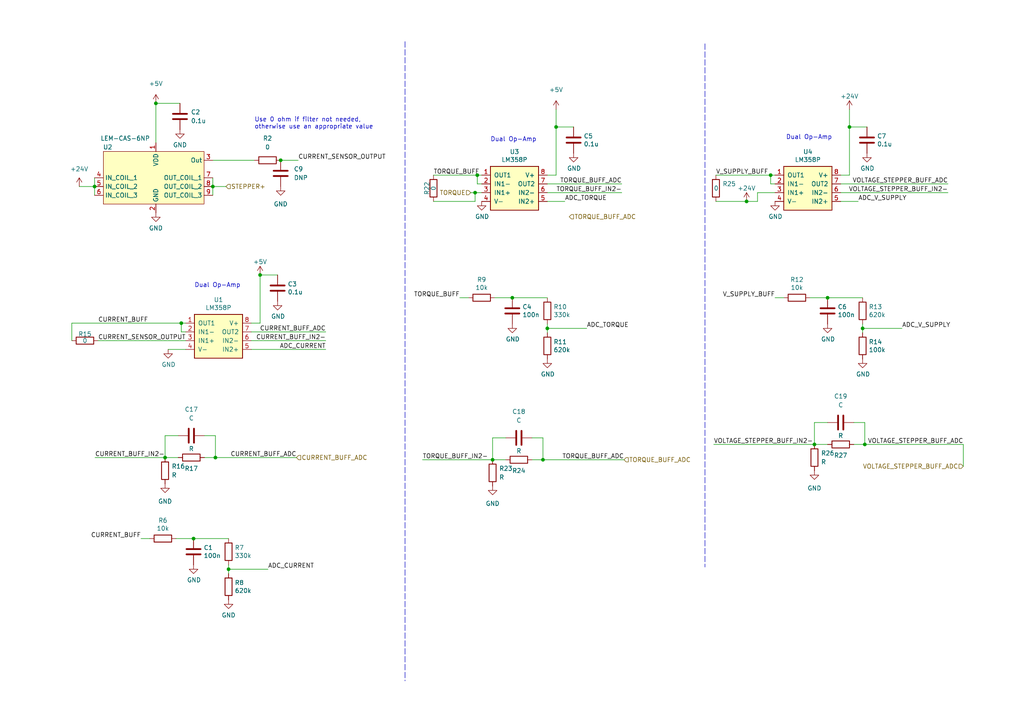
<source format=kicad_sch>
(kicad_sch (version 20211123) (generator eeschema)
  (paper "A4")
  (lib_symbols
    (symbol "Device:C" (pin_numbers hide) (pin_names (offset 0.254))
      (property "Reference" "C" (at 0.635 2.54 0))
      (property "Value" "C" (at 0.635 -2.54 0))
      (symbol "C_0_1"
        (polyline (pts (xy -2.032 -0.762) (xy 2.032 -0.762)) (stroke (width 0.508)))
        (polyline (pts (xy -2.032 0.762) (xy 2.032 0.762)) (stroke (width 0.508)))
      )
      (symbol "C_1_1"
        (pin passive line (at 0 3.81 270) (length 2.794) (name "~") (number "1"))
        (pin passive line (at 0 -3.81 90) (length 2.794) (name "~") (number "2"))
      )
    )
    (symbol "Device:R" (pin_numbers hide) (pin_names (offset 0))
      (property "Reference" "R" (at 2.032 0 90))
      (property "Value" "R" (at 0 0 90))
      (symbol "R_0_1"
        (rectangle (start -1.016 -2.54) (end 1.016 2.54) (stroke (width 0.254)))
      )
      (symbol "R_1_1"
        (pin passive line (at 0 3.81 270) (length 1.27) (name "~") (number "1"))
        (pin passive line (at 0 -3.81 90) (length 1.27) (name "~") (number "2"))
      )
    )
    (symbol "EncoderLib:LM358P" (pin_names (offset 1.016))
      (property "Reference" "U" (at 0 13.97 0))
      (property "Value" "LM358P" (at 0 11.43 0))
      (symbol "LM358P_0_1"
        (rectangle (start -6.35 7.62) (end 7.62 -5.08) (stroke (width 0.254)) (fill (type background)))
      )
      (symbol "LM358P_1_1"
        (pin output line (at -8.89 5.08 0) (length 2.54) (name "OUT1") (number "1"))
        (pin input line (at -8.89 2.54 0) (length 2.54) (name "IN1-") (number "2"))
        (pin input line (at -8.89 0 0) (length 2.54) (name "IN1+") (number "3"))
        (pin power_in line (at -8.89 -2.54 0) (length 2.54) (name "V-") (number "4"))
        (pin input line (at 10.16 -2.54 180) (length 2.54) (name "IN2+") (number "5"))
        (pin input line (at 10.16 0 180) (length 2.54) (name "IN2-") (number "6"))
        (pin output line (at 10.16 2.54 180) (length 2.54) (name "OUT2") (number "7"))
        (pin power_in line (at 10.16 5.08 180) (length 2.54) (name "V+") (number "8"))
      )
    )
    (symbol "Sensing lib:LEM-CAS-6-NP"
      (property "Reference" "U2" (at -13.97 1.27 0))
      (property "Value" "LEM-CAS-6NP" (at -8.89 3.81 0))
      (symbol "LEM-CAS-6-NP_0_1"
        (rectangle (start -15.24 0) (end 13.97 -15.24) (fill (type background)))
      )
      (symbol "LEM-CAS-6-NP_1_1"
        (pin power_in line (at 0 2.54 270) (length 2.54) (name "VDD") (number "1"))
        (pin power_out line (at 0 -17.78 90) (length 2.54) (name "GND") (number "2"))
        (pin output line (at 16.51 -2.54 180) (length 2.54) (name "Out") (number "3"))
        (pin input line (at -17.78 -7.62 0) (length 2.54) (name "IN_COIL_1") (number "4"))
        (pin input line (at -17.78 -10.16 0) (length 2.54) (name "IN_COIL_2") (number "5"))
        (pin input line (at -17.78 -12.7 0) (length 2.54) (name "IN_COIL_3") (number "6"))
        (pin output line (at 16.51 -7.62 180) (length 2.54) (name "OUT_COIL_1") (number "7"))
        (pin output line (at 16.51 -10.16 180) (length 2.54) (name "OUT_COIL_2") (number "8"))
        (pin output line (at 16.51 -12.7 180) (length 2.54) (name "OUT_COIL_3") (number "9"))
      )
    )
    (symbol "power:+24V" (power) (pin_names (offset 0))
      (property "Value" "+24V" (at 0 3.556 0))
      (symbol "+24V_0_1"
        (polyline (pts (xy -0.762 1.27) (xy 0 2.54)))
        (polyline (pts (xy 0 0) (xy 0 2.54)))
        (polyline (pts (xy 0 2.54) (xy 0.762 1.27)))
      )
      (symbol "+24V_1_1"
        (pin power_in line (at 0 0 90) (length 0) hide (name "+24V") (number "1"))
      )
    )
    (symbol "power:+5V" (power) (pin_names (offset 0))
      (property "Value" "+5V" (at 0 3.556 0))
      (symbol "+5V_0_1"
        (polyline (pts (xy -0.762 1.27) (xy 0 2.54)))
        (polyline (pts (xy 0 0) (xy 0 2.54)))
        (polyline (pts (xy 0 2.54) (xy 0.762 1.27)))
      )
      (symbol "+5V_1_1"
        (pin power_in line (at 0 0 90) (length 0) hide (name "+5V") (number "1"))
      )
    )
    (symbol "power:GND" (power) (pin_names (offset 0))
      (property "Value" "GND" (at 0 -3.81 0))
      (symbol "GND_0_1"
        (polyline (pts (xy 0 0) (xy 0 -1.27) (xy 1.27 -1.27) (xy 0 -2.54) (xy -1.27 -1.27) (xy 0 -1.27)))
      )
      (symbol "GND_1_1"
        (pin power_in line (at 0 0 270) (length 0) hide (name "GND") (number "1"))
      )
    )
  )
  (junction (at 246.38 36.83))
  (junction (at 157.48 133.35))
  (junction (at 148.59 86.36))
  (junction (at 223.52 50.8))
  (junction (at 138.43 50.8))
  (junction (at 47.879 132.715))
  (junction (at 158.75 95.25))
  (junction (at 216.535 58.42))
  (junction (at 66.294 165.1))
  (junction (at 81.407 46.482))
  (junction (at 61.722 54.102))
  (junction (at 250.825 128.905))
  (junction (at 161.29 36.83))
  (junction (at 62.484 132.715))
  (junction (at 137.795 55.88))
  (junction (at 75.438 79.756))
  (junction (at 52.578 93.726))
  (junction (at 27.432 54.102))
  (junction (at 45.212 29.972))
  (junction (at 142.875 133.35))
  (junction (at 236.22 128.905))
  (junction (at 250.19 95.25))
  (junction (at 56.134 156.21))
  (junction (at 240.03 86.36))
  (wire (pts (xy 139.7 53.34) (xy 138.43 53.34)))
  (wire (pts (xy 75.438 79.756) (xy 75.438 93.726)))
  (wire (pts (xy 125.73 50.8) (xy 138.43 50.8)))
  (wire (pts (xy 170.18 95.25) (xy 158.75 95.25)))
  (wire (pts (xy 261.62 95.25) (xy 250.19 95.25)))
  (wire (pts (xy 40.894 156.21) (xy 43.434 156.21)))
  (wire (pts (xy 158.75 53.34) (xy 180.34 53.34)))
  (wire (pts (xy 27.432 51.562) (xy 27.432 54.102)))
  (wire (pts (xy 158.75 55.88) (xy 180.34 55.88)))
  (wire (pts (xy 247.65 122.555) (xy 250.825 122.555)))
  (wire (pts (xy 72.898 98.806) (xy 94.488 98.806)))
  (wire (pts (xy 52.578 96.266) (xy 52.578 93.726)))
  (wire (pts (xy 45.212 29.972) (xy 45.212 41.402)))
  (wire (pts (xy 143.51 86.36) (xy 148.59 86.36)))
  (wire (pts (xy 137.795 55.88) (xy 136.525 55.88)))
  (wire (pts (xy 61.722 54.102) (xy 61.722 56.642)))
  (wire (pts (xy 207.01 128.905) (xy 236.22 128.905)))
  (wire (pts (xy 279.4 135.255) (xy 279.4 128.905)))
  (wire (pts (xy 52.578 93.726) (xy 53.848 93.726)))
  (wire (pts (xy 77.724 165.1) (xy 66.294 165.1)))
  (wire (pts (xy 158.75 86.36) (xy 148.59 86.36)))
  (wire (pts (xy 250.19 95.25) (xy 250.19 96.52)))
  (wire (pts (xy 207.645 58.42) (xy 216.535 58.42)))
  (wire (pts (xy 243.84 55.88) (xy 274.955 55.88)))
  (wire (pts (xy 158.75 95.25) (xy 158.75 96.52)))
  (wire (pts (xy 166.37 36.83) (xy 161.29 36.83)))
  (wire (pts (xy 158.75 50.8) (xy 161.29 50.8)))
  (wire (pts (xy 142.875 133.35) (xy 146.685 133.35)))
  (polyline (pts (xy 117.475 12.065) (xy 117.475 197.485)))
  (wire (pts (xy 139.7 55.88) (xy 137.795 55.88)))
  (wire (pts (xy 154.305 127) (xy 157.48 127)))
  (wire (pts (xy 51.054 156.21) (xy 56.134 156.21)))
  (wire (pts (xy 224.79 86.36) (xy 227.33 86.36)))
  (wire (pts (xy 219.71 55.88) (xy 219.71 58.42)))
  (wire (pts (xy 234.95 86.36) (xy 240.03 86.36)))
  (wire (pts (xy 243.84 50.8) (xy 246.38 50.8)))
  (wire (pts (xy 250.19 93.98) (xy 250.19 95.25)))
  (wire (pts (xy 62.484 132.715) (xy 85.979 132.715)))
  (wire (pts (xy 250.825 128.905) (xy 247.65 128.905)))
  (wire (pts (xy 251.46 36.83) (xy 246.38 36.83)))
  (wire (pts (xy 236.22 128.905) (xy 240.03 128.905)))
  (wire (pts (xy 137.795 58.42) (xy 137.795 55.88)))
  (wire (pts (xy 224.79 53.34) (xy 223.52 53.34)))
  (wire (pts (xy 157.48 127) (xy 157.48 133.35)))
  (wire (pts (xy 158.75 93.98) (xy 158.75 95.25)))
  (wire (pts (xy 138.43 53.34) (xy 138.43 50.8)))
  (wire (pts (xy 27.432 54.102) (xy 27.432 56.642)))
  (wire (pts (xy 158.75 58.42) (xy 163.83 58.42)))
  (wire (pts (xy 219.71 58.42) (xy 216.535 58.42)))
  (wire (pts (xy 66.294 156.21) (xy 56.134 156.21)))
  (wire (pts (xy 53.848 98.806) (xy 28.448 98.806)))
  (wire (pts (xy 133.35 86.36) (xy 135.89 86.36)))
  (wire (pts (xy 250.825 128.905) (xy 279.4 128.905)))
  (wire (pts (xy 61.722 46.482) (xy 73.787 46.482)))
  (wire (pts (xy 146.685 127) (xy 142.875 127)))
  (wire (pts (xy 53.848 96.266) (xy 52.578 96.266)))
  (wire (pts (xy 52.197 29.972) (xy 45.212 29.972)))
  (wire (pts (xy 246.38 36.83) (xy 246.38 50.8)))
  (wire (pts (xy 22.987 54.102) (xy 27.432 54.102)))
  (wire (pts (xy 250.19 86.36) (xy 240.03 86.36)))
  (polyline (pts (xy 204.47 12.7) (xy 204.47 164.465)))
  (wire (pts (xy 66.294 165.1) (xy 66.294 166.37)))
  (wire (pts (xy 81.407 46.482) (xy 86.487 46.482)))
  (wire (pts (xy 243.84 53.34) (xy 274.955 53.34)))
  (wire (pts (xy 27.559 132.715) (xy 47.879 132.715)))
  (wire (pts (xy 161.29 31.75) (xy 161.29 36.83)))
  (wire (pts (xy 223.52 50.8) (xy 207.645 50.8)))
  (wire (pts (xy 223.52 53.34) (xy 223.52 50.8)))
  (wire (pts (xy 157.48 133.35) (xy 180.975 133.35)))
  (wire (pts (xy 250.825 122.555) (xy 250.825 128.905)))
  (wire (pts (xy 122.555 133.35) (xy 142.875 133.35)))
  (wire (pts (xy 59.309 126.365) (xy 62.484 126.365)))
  (wire (pts (xy 138.43 50.8) (xy 139.7 50.8)))
  (wire (pts (xy 224.79 55.88) (xy 219.71 55.88)))
  (wire (pts (xy 62.484 132.715) (xy 59.309 132.715)))
  (wire (pts (xy 66.294 163.83) (xy 66.294 165.1)))
  (wire (pts (xy 20.828 98.806) (xy 20.828 93.726)))
  (wire (pts (xy 142.875 127) (xy 142.875 133.35)))
  (wire (pts (xy 61.722 54.102) (xy 65.532 54.102)))
  (wire (pts (xy 80.518 79.756) (xy 75.438 79.756)))
  (wire (pts (xy 125.73 58.42) (xy 137.795 58.42)))
  (wire (pts (xy 61.722 51.562) (xy 61.722 54.102)))
  (wire (pts (xy 161.29 36.83) (xy 161.29 50.8)))
  (wire (pts (xy 157.48 133.35) (xy 154.305 133.35)))
  (wire (pts (xy 72.898 93.726) (xy 75.438 93.726)))
  (wire (pts (xy 20.828 93.726) (xy 52.578 93.726)))
  (wire (pts (xy 51.689 126.365) (xy 47.879 126.365)))
  (wire (pts (xy 62.484 126.365) (xy 62.484 132.715)))
  (wire (pts (xy 47.879 126.365) (xy 47.879 132.715)))
  (wire (pts (xy 47.879 132.715) (xy 51.689 132.715)))
  (wire (pts (xy 246.38 31.75) (xy 246.38 36.83)))
  (wire (pts (xy 240.03 122.555) (xy 236.22 122.555)))
  (wire (pts (xy 243.84 58.42) (xy 248.92 58.42)))
  (wire (pts (xy 223.52 50.8) (xy 224.79 50.8)))
  (wire (pts (xy 72.898 101.346) (xy 94.488 101.346)))
  (wire (pts (xy 236.22 122.555) (xy 236.22 128.905)))
  (wire (pts (xy 72.898 96.266) (xy 94.488 96.266)))
  (wire (pts (xy 48.768 101.346) (xy 53.848 101.346)))
  (text "Dual Op-Amp\n" (at 142.24 41.275 0) (effects (font (size 1.27 1.27)) (justify left bottom)))
  (text "Dual Op-Amp\n" (at 56.388 83.566 0) (effects (font (size 1.27 1.27)) (justify left bottom)))
  (text "Dual Op-Amp\n" (at 227.965 40.64 0) (effects (font (size 1.27 1.27)) (justify left bottom)))
  (text "Use 0 ohm if filter not needed, \notherwise use an appropriate value" (at 73.787 37.592 0) (effects (font (size 1.27 1.27)) (justify left bottom)))
  (label "VOLTAGE_STEPPER_BUFF_IN2-" (at 207.01 128.905 0))
  (label "TORQUE_BUFF_ADC" (at 180.34 53.34 180))
  (label "CURRENT_BUFF" (at 28.448 93.726 0))
  (label "CURRENT_BUFF_IN2-" (at 27.559 132.715 0))
  (label "V_SUPPLY_BUFF" (at 224.79 86.36 180))
  (label "CURRENT_BUFF_ADC" (at 85.979 132.715 180))
  (label "ADC_V_SUPPLY" (at 261.62 95.25 0))
  (label "TORQUE_BUFF_IN2-" (at 122.555 133.35 0))
  (label "VOLTAGE_STEPPER_BUFF_ADC" (at 279.4 128.905 180))
  (label "VOLTAGE_STEPPER_BUFF_ADC" (at 274.955 53.34 180))
  (label "CURRENT_BUFF_IN2-" (at 94.488 98.806 180))
  (label "VOLTAGE_STEPPER_BUFF_IN2-" (at 274.955 55.88 180))
  (label "TORQUE_BUFF_IN2-" (at 180.34 55.88 180))
  (label "CURRENT_SENSOR_OUTPUT" (at 86.487 46.482 0))
  (label "CURRENT_SENSOR_OUTPUT" (at 28.448 98.806 0))
  (label "ADC_CURRENT" (at 94.488 101.346 180))
  (label "ADC_TORQUE" (at 170.18 95.25 0))
  (label "TORQUE_BUFF" (at 125.73 50.8 0))
  (label "CURRENT_BUFF" (at 40.894 156.21 180))
  (label "CURRENT_BUFF_ADC" (at 94.488 96.266 180))
  (label "ADC_CURRENT" (at 77.724 165.1 0))
  (label "V_SUPPLY_BUFF" (at 207.645 50.8 0))
  (label "TORQUE_BUFF_ADC" (at 180.975 133.35 180))
  (label "ADC_V_SUPPLY" (at 248.92 58.42 0))
  (label "TORQUE_BUFF" (at 133.35 86.36 180))
  (label "ADC_TORQUE" (at 163.83 58.42 0))
  (hierarchical_label "TORQUE_BUFF_ADC" (shape input) (at 180.975 133.35 0))
  (hierarchical_label "CURRENT_BUFF_ADC" (shape input) (at 85.979 132.715 0))
  (hierarchical_label "TORQUE" (shape input) (at 136.525 55.88 180))
  (hierarchical_label "VOLTAGE_STEPPER_BUFF_ADC" (shape input) (at 279.4 135.255 180))
  (hierarchical_label "STEPPER+" (shape input) (at 65.532 54.102 0))
  (hierarchical_label "TORQUE_BUFF_ADC" (shape input) (at 165.1 62.865 0))
  (symbol (lib_id "Device:R") (at 142.875 137.16 0) (unit 1)
    (property "Reference" "R23" (at 144.78 135.8899 0) (effects (justify left)))
    (property "Value" "R" (at 144.78 138.4299 0) (effects (justify left)))
    (property "Footprint" "Resistor_SMD:R_0603_1608Metric" (effects hide))
  )
  (symbol (lib_id "power:GND") (at 139.7 58.42 0) (unit 1)
    (property "Reference" "#PWR0106" (effects hide))
    (property "Value" "GND" (at 139.827 62.8142 0))
  )
  (symbol (lib_id "Device:C") (at 56.134 160.02 0) (unit 1)
    (property "Reference" "C1" (at 59.055 158.8516 0) (effects (justify left)))
    (property "Value" "100n" (at 59.055 161.163 0) (effects (justify left)))
    (property "Footprint" "Capacitor_SMD:C_0603_1608Metric" (effects hide))
  )
  (symbol (lib_id "Device:C") (at 251.46 40.64 0) (unit 1)
    (property "Reference" "C7" (at 254.381 39.4716 0) (effects (justify left)))
    (property "Value" "0.1u" (at 254.381 41.783 0) (effects (justify left)))
    (property "Footprint" "Capacitor_SMD:C_0603_1608Metric" (effects hide))
  )
  (symbol (lib_id "Device:C") (at 55.499 126.365 270) (unit 1)
    (property "Reference" "C17" (at 55.499 118.745 90))
    (property "Value" "C" (at 55.499 121.285 90))
    (property "Footprint" "Capacitor_SMD:C_0805_2012Metric" (effects hide))
  )
  (symbol (lib_id "Device:R") (at 47.244 156.21 270) (unit 1)
    (property "Reference" "R6" (at 47.244 150.9522 90))
    (property "Value" "10k" (at 47.244 153.2636 90))
    (property "Footprint" "Resistor_SMD:R_0603_1608Metric" (effects hide))
  )
  (symbol (lib_id "power:GND") (at 48.768 101.346 0) (unit 1)
    (property "Reference" "#PWR0124" (effects hide))
    (property "Value" "GND" (at 48.895 105.7402 0))
  )
  (symbol (lib_id "power:GND") (at 56.134 163.83 0) (unit 1)
    (property "Reference" "#PWR0123" (effects hide))
    (property "Value" "GND" (at 56.261 168.2242 0))
  )
  (symbol (lib_id "power:GND") (at 45.212 61.722 0) (unit 1)
    (property "Reference" "#PWR0129" (effects hide))
    (property "Value" "GND" (at 45.212 66.167 0))
  )
  (symbol (lib_id "EncoderLib:LM358P") (at 148.59 55.88 0) (unit 1)
    (property "Reference" "U3" (at 149.225 44.0182 0))
    (property "Value" "LM358P" (at 149.225 46.3296 0))
    (property "Footprint" "Package_DIP:DIP-8_W7.62mm" (effects hide))
    (property "Datasheet" "https://www.ti.com/lit/ds/symlink/lm358.pdf?ts=1658579670969&ref_url=https%253A%252F%252Fwww.ti.com%252Fproduct%252FLM358" (effects hide))
  )
  (symbol (lib_id "Sensing lib:LEM-CAS-6-NP") (at 45.212 43.942 0) (unit 1)
    (property "Reference" "U2" (at 31.242 42.672 0))
    (property "Value" "LEM-CAS-6NP" (at 36.322 40.132 0))
    (property "Footprint" "Sensing lib:LEM-CAS-6-NP" (effects hide))
    (property "Datasheet" "https://www.lem.com/sites/default/files/products_datasheets/cas_series.pdf" (effects hide))
  )
  (symbol (lib_id "Device:C") (at 148.59 90.17 0) (unit 1)
    (property "Reference" "C4" (at 151.511 89.0016 0) (effects (justify left)))
    (property "Value" "100n" (at 151.511 91.313 0) (effects (justify left)))
    (property "Footprint" "Capacitor_SMD:C_0603_1608Metric" (effects hide))
  )
  (symbol (lib_id "Device:R") (at 24.638 98.806 270) (unit 1)
    (property "Reference" "R15" (at 24.638 96.901 90))
    (property "Value" "0" (at 24.638 98.806 90))
    (property "Footprint" "Resistor_SMD:R_0603_1608Metric" (effects hide))
  )
  (symbol (lib_id "Device:R") (at 77.597 46.482 90) (unit 1)
    (property "Reference" "R2" (at 77.597 40.132 90))
    (property "Value" "0" (at 77.597 42.672 90))
    (property "Footprint" "Resistor_SMD:R_0603_1608Metric" (effects hide))
  )
  (symbol (lib_id "Device:C") (at 243.84 122.555 270) (unit 1)
    (property "Reference" "C19" (at 243.84 114.935 90))
    (property "Value" "C" (at 243.84 117.475 90))
    (property "Footprint" "Capacitor_SMD:C_0805_2012Metric" (effects hide))
  )
  (symbol (lib_id "Device:R") (at 125.73 54.61 0) (unit 1)
    (property "Reference" "R22" (at 123.825 54.61 90))
    (property "Value" "0" (at 125.73 54.61 90))
    (property "Footprint" "Resistor_SMD:R_0603_1608Metric" (effects hide))
  )
  (symbol (lib_id "Device:R") (at 250.19 100.33 0) (unit 1)
    (property "Reference" "R14" (at 251.968 99.1616 0) (effects (justify left)))
    (property "Value" "100k" (at 251.968 101.473 0) (effects (justify left)))
    (property "Footprint" "Resistor_SMD:R_0603_1608Metric" (effects hide))
  )
  (symbol (lib_id "Device:R") (at 139.7 86.36 270) (unit 1)
    (property "Reference" "R9" (at 139.7 81.1022 90))
    (property "Value" "10k" (at 139.7 83.4136 90))
    (property "Footprint" "Resistor_SMD:R_0603_1608Metric" (effects hide))
  )
  (symbol (lib_id "Device:C") (at 80.518 83.566 0) (unit 1)
    (property "Reference" "C3" (at 83.439 82.3976 0) (effects (justify left)))
    (property "Value" "0.1u" (at 83.439 84.709 0) (effects (justify left)))
    (property "Footprint" "Capacitor_SMD:C_0603_1608Metric" (effects hide))
  )
  (symbol (lib_id "power:+5V") (at 75.438 79.756 0) (unit 1)
    (property "Reference" "#PWR0121" (effects hide))
    (property "Value" "+5V" (at 75.438 75.946 0))
  )
  (symbol (lib_id "Device:R") (at 158.75 100.33 0) (unit 1)
    (property "Reference" "R11" (at 160.528 99.1616 0) (effects (justify left)))
    (property "Value" "620k" (at 160.528 101.473 0) (effects (justify left)))
    (property "Footprint" "Resistor_SMD:R_0603_1608Metric" (effects hide))
  )
  (symbol (lib_id "power:GND") (at 52.197 37.592 0) (unit 1)
    (property "Reference" "#PWR0128" (effects hide))
    (property "Value" "GND" (at 52.197 42.037 0))
  )
  (symbol (lib_id "power:GND") (at 251.46 44.45 0) (unit 1)
    (property "Reference" "#PWR0117" (effects hide))
    (property "Value" "GND" (at 251.587 48.8442 0))
  )
  (symbol (lib_id "Device:R") (at 47.879 136.525 0) (unit 1)
    (property "Reference" "R16" (at 49.784 135.2549 0) (effects (justify left)))
    (property "Value" "R" (at 49.784 137.7949 0) (effects (justify left)))
    (property "Footprint" "Resistor_SMD:R_0603_1608Metric" (effects hide))
  )
  (symbol (lib_id "Device:R") (at 207.645 54.61 0) (unit 1)
    (property "Reference" "R25" (at 209.55 53.3399 0) (effects (justify left)))
    (property "Value" "0" (at 207.01 54.61 0) (effects (justify left)))
    (property "Footprint" "Resistor_SMD:R_0603_1608Metric" (effects hide))
  )
  (symbol (lib_id "Device:C") (at 81.407 50.292 0) (unit 1)
    (property "Reference" "C9" (at 85.217 49.0219 0) (effects (justify left)))
    (property "Value" "DNP" (at 85.217 51.5619 0) (effects (justify left)))
    (property "Footprint" "Capacitor_SMD:C_0805_2012Metric" (effects hide))
  )
  (symbol (lib_id "power:GND") (at 81.407 54.102 0) (unit 1)
    (property "Reference" "#PWR0146" (effects hide))
    (property "Value" "GND" (at 81.407 59.182 0))
  )
  (symbol (lib_id "Device:C") (at 240.03 90.17 0) (unit 1)
    (property "Reference" "C6" (at 242.951 89.0016 0) (effects (justify left)))
    (property "Value" "100n" (at 242.951 91.313 0) (effects (justify left)))
    (property "Footprint" "Capacitor_SMD:C_0603_1608Metric" (effects hide))
  )
  (symbol (lib_id "Device:R") (at 66.294 170.18 0) (unit 1)
    (property "Reference" "R8" (at 68.072 169.0116 0) (effects (justify left)))
    (property "Value" "620k" (at 68.072 171.323 0) (effects (justify left)))
    (property "Footprint" "Resistor_SMD:R_0603_1608Metric" (effects hide))
  )
  (symbol (lib_id "Device:C") (at 52.197 33.782 0) (unit 1)
    (property "Reference" "C2" (at 55.372 32.5119 0) (effects (justify left)))
    (property "Value" "0.1u" (at 55.372 35.0519 0) (effects (justify left)))
    (property "Footprint" "Capacitor_SMD:C_0603_1608Metric" (effects hide))
  )
  (symbol (lib_id "Device:R") (at 158.75 90.17 0) (unit 1)
    (property "Reference" "R10" (at 160.528 89.0016 0) (effects (justify left)))
    (property "Value" "330k" (at 160.528 91.313 0) (effects (justify left)))
    (property "Footprint" "Resistor_SMD:R_0603_1608Metric" (effects hide))
  )
  (symbol (lib_id "power:+5V") (at 161.29 31.75 0) (unit 1)
    (property "Reference" "#PWR0115" (effects hide))
    (property "Value" "+5V" (at 161.29 26.035 0))
  )
  (symbol (lib_id "power:GND") (at 142.875 140.97 0) (unit 1)
    (property "Reference" "#PWR0137" (effects hide))
    (property "Value" "GND" (at 142.875 146.05 0))
  )
  (symbol (lib_id "power:GND") (at 250.19 104.14 0) (unit 1)
    (property "Reference" "#PWR0118" (effects hide))
    (property "Value" "GND" (at 250.317 108.5342 0))
  )
  (symbol (lib_id "power:GND") (at 47.879 140.335 0) (unit 1)
    (property "Reference" "#PWR0135" (effects hide))
    (property "Value" "GND" (at 47.879 145.415 0))
  )
  (symbol (lib_id "power:GND") (at 224.79 58.42 0) (unit 1)
    (property "Reference" "#PWR0116" (effects hide))
    (property "Value" "GND" (at 224.917 62.8142 0))
  )
  (symbol (lib_id "power:+24V") (at 246.38 31.75 0) (unit 1)
    (property "Reference" "#PWR0127" (effects hide))
    (property "Value" "+24V" (at 246.38 27.94 0))
  )
  (symbol (lib_id "Device:R") (at 150.495 133.35 90) (unit 1)
    (property "Reference" "R24" (at 150.495 136.525 90))
    (property "Value" "R" (at 150.495 130.81 90))
    (property "Footprint" "Resistor_SMD:R_0603_1608Metric" (effects hide))
  )
  (symbol (lib_id "Device:R") (at 66.294 160.02 0) (unit 1)
    (property "Reference" "R7" (at 68.072 158.8516 0) (effects (justify left)))
    (property "Value" "330k" (at 68.072 161.163 0) (effects (justify left)))
    (property "Footprint" "Resistor_SMD:R_0603_1608Metric" (effects hide))
  )
  (symbol (lib_id "EncoderLib:LM358P") (at 233.68 55.88 0) (unit 1)
    (property "Reference" "U4" (at 234.315 44.0182 0))
    (property "Value" "LM358P" (at 234.315 46.3296 0))
    (property "Footprint" "Package_DIP:DIP-8_W7.62mm" (effects hide))
    (property "Datasheet" "https://www.ti.com/lit/ds/symlink/lm358.pdf?ts=1658579670969&ref_url=https%253A%252F%252Fwww.ti.com%252Fproduct%252FLM358" (effects hide))
  )
  (symbol (lib_id "Device:C") (at 150.495 127 270) (unit 1)
    (property "Reference" "C18" (at 150.495 119.38 90))
    (property "Value" "C" (at 150.495 121.92 90))
    (property "Footprint" "Capacitor_SMD:C_0805_2012Metric" (effects hide))
  )
  (symbol (lib_id "Device:R") (at 236.22 132.715 0) (unit 1)
    (property "Reference" "R26" (at 238.125 131.4449 0) (effects (justify left)))
    (property "Value" "R" (at 238.125 133.9849 0) (effects (justify left)))
    (property "Footprint" "Resistor_SMD:R_0603_1608Metric" (effects hide))
  )
  (symbol (lib_id "power:GND") (at 148.59 93.98 0) (unit 1)
    (property "Reference" "#PWR0104" (effects hide))
    (property "Value" "GND" (at 148.717 98.3742 0))
  )
  (symbol (lib_id "Device:R") (at 55.499 132.715 90) (unit 1)
    (property "Reference" "R17" (at 55.499 135.89 90))
    (property "Value" "R" (at 55.499 130.175 90))
    (property "Footprint" "Resistor_SMD:R_0603_1608Metric" (effects hide))
  )
  (symbol (lib_id "power:+5V") (at 45.212 29.972 0) (unit 1)
    (property "Reference" "#PWR0112" (effects hide))
    (property "Value" "+5V" (at 45.212 24.257 0))
  )
  (symbol (lib_id "Device:C") (at 166.37 40.64 0) (unit 1)
    (property "Reference" "C5" (at 169.291 39.4716 0) (effects (justify left)))
    (property "Value" "0.1u" (at 169.291 41.783 0) (effects (justify left)))
    (property "Footprint" "Capacitor_SMD:C_0603_1608Metric" (effects hide))
  )
  (symbol (lib_id "power:GND") (at 240.03 93.98 0) (unit 1)
    (property "Reference" "#PWR0119" (effects hide))
    (property "Value" "GND" (at 240.157 98.3742 0))
  )
  (symbol (lib_id "power:GND") (at 236.22 136.525 0) (unit 1)
    (property "Reference" "#PWR0138" (effects hide))
    (property "Value" "GND" (at 236.22 141.605 0))
  )
  (symbol (lib_id "power:GND") (at 80.518 87.376 0) (unit 1)
    (property "Reference" "#PWR0122" (effects hide))
    (property "Value" "GND" (at 80.645 91.7702 0))
  )
  (symbol (lib_id "power:GND") (at 158.75 104.14 0) (unit 1)
    (property "Reference" "#PWR0105" (effects hide))
    (property "Value" "GND" (at 158.877 108.5342 0))
  )
  (symbol (lib_id "power:+24V") (at 216.535 58.42 0) (unit 1)
    (property "Reference" "#PWR0126" (effects hide))
    (property "Value" "+24V" (at 216.535 54.61 0))
  )
  (symbol (lib_id "Device:R") (at 250.19 90.17 0) (unit 1)
    (property "Reference" "R13" (at 251.968 89.0016 0) (effects (justify left)))
    (property "Value" "620k" (at 251.968 91.313 0) (effects (justify left)))
    (property "Footprint" "Resistor_SMD:R_0603_1608Metric" (effects hide))
  )
  (symbol (lib_id "EncoderLib:LM358P") (at 62.738 98.806 0) (unit 1)
    (property "Reference" "U1" (at 63.373 86.9442 0))
    (property "Value" "LM358P" (at 63.373 89.2556 0))
    (property "Footprint" "Package_DIP:DIP-8_W7.62mm" (effects hide))
    (property "Datasheet" "https://www.ti.com/lit/ds/symlink/lm358.pdf?ts=1658579670969&ref_url=https%253A%252F%252Fwww.ti.com%252Fproduct%252FLM358" (effects hide))
  )
  (symbol (lib_id "power:GND") (at 166.37 44.45 0) (unit 1)
    (property "Reference" "#PWR0103" (effects hide))
    (property "Value" "GND" (at 166.497 48.8442 0))
  )
  (symbol (lib_id "power:+24V") (at 22.987 54.102 0) (unit 1)
    (property "Reference" "#PWR0111" (effects hide))
    (property "Value" "+24V" (at 22.987 49.022 0))
  )
  (symbol (lib_id "Device:R") (at 231.14 86.36 270) (unit 1)
    (property "Reference" "R12" (at 231.14 81.1022 90))
    (property "Value" "10k" (at 231.14 83.4136 90))
    (property "Footprint" "Resistor_SMD:R_0603_1608Metric" (effects hide))
  )
  (symbol (lib_id "Device:R") (at 243.84 128.905 90) (unit 1)
    (property "Reference" "R27" (at 243.84 132.08 90))
    (property "Value" "R" (at 243.84 126.365 90))
    (property "Footprint" "Resistor_SMD:R_0603_1608Metric" (effects hide))
  )
  (symbol (lib_id "power:GND") (at 66.294 173.99 0) (unit 1)
    (property "Reference" "#PWR0120" (effects hide))
    (property "Value" "GND" (at 66.294 178.435 0))
  )
)
</source>
